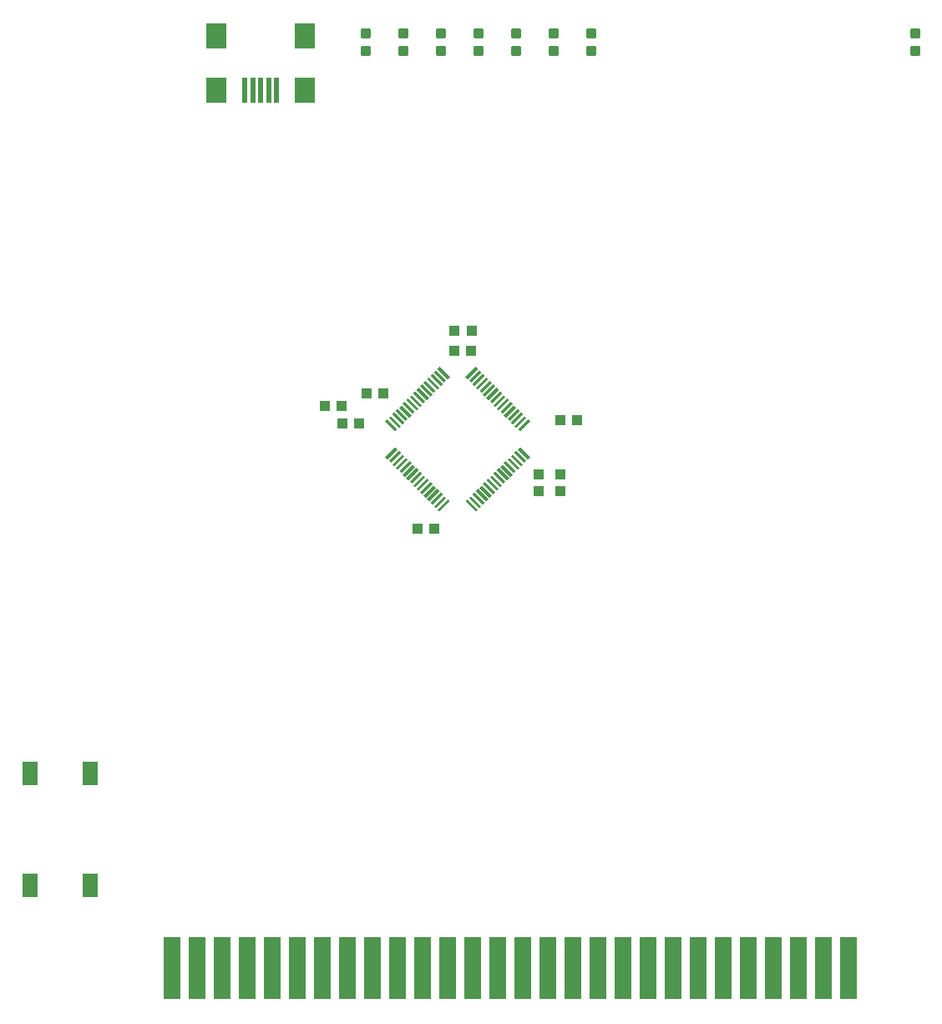
<source format=gtp>
G75*
%MOIN*%
%OFA0B0*%
%FSLAX25Y25*%
%IPPOS*%
%LPD*%
%AMOC8*
5,1,8,0,0,1.08239X$1,22.5*
%
%ADD10R,0.05709X0.01181*%
%ADD11R,0.01969X0.09843*%
%ADD12R,0.07874X0.09843*%
%ADD13R,0.06500X0.25000*%
%ADD14R,0.05906X0.09449*%
%ADD15R,0.04331X0.03937*%
%ADD16R,0.03937X0.04331*%
%ADD17C,0.01181*%
D10*
G36*
X0172376Y0200630D02*
X0176411Y0204665D01*
X0177246Y0203830D01*
X0173211Y0199795D01*
X0172376Y0200630D01*
G37*
G36*
X0170984Y0202022D02*
X0175019Y0206057D01*
X0175854Y0205222D01*
X0171819Y0201187D01*
X0170984Y0202022D01*
G37*
G36*
X0169592Y0203414D02*
X0173627Y0207449D01*
X0174462Y0206614D01*
X0170427Y0202579D01*
X0169592Y0203414D01*
G37*
G36*
X0168200Y0204806D02*
X0172235Y0208841D01*
X0173070Y0208006D01*
X0169035Y0203971D01*
X0168200Y0204806D01*
G37*
G36*
X0166808Y0206198D02*
X0170843Y0210233D01*
X0171678Y0209398D01*
X0167643Y0205363D01*
X0166808Y0206198D01*
G37*
G36*
X0165417Y0207590D02*
X0169452Y0211625D01*
X0170287Y0210790D01*
X0166252Y0206755D01*
X0165417Y0207590D01*
G37*
G36*
X0164025Y0208982D02*
X0168060Y0213017D01*
X0168895Y0212182D01*
X0164860Y0208147D01*
X0164025Y0208982D01*
G37*
G36*
X0162633Y0210374D02*
X0166668Y0214409D01*
X0167503Y0213574D01*
X0163468Y0209539D01*
X0162633Y0210374D01*
G37*
G36*
X0161241Y0211766D02*
X0165276Y0215801D01*
X0166111Y0214966D01*
X0162076Y0210931D01*
X0161241Y0211766D01*
G37*
G36*
X0159849Y0213158D02*
X0163884Y0217193D01*
X0164719Y0216358D01*
X0160684Y0212323D01*
X0159849Y0213158D01*
G37*
G36*
X0158457Y0214549D02*
X0162492Y0218584D01*
X0163327Y0217749D01*
X0159292Y0213714D01*
X0158457Y0214549D01*
G37*
G36*
X0157065Y0215941D02*
X0161100Y0219976D01*
X0161935Y0219141D01*
X0157900Y0215106D01*
X0157065Y0215941D01*
G37*
G36*
X0155673Y0217333D02*
X0159708Y0221368D01*
X0160543Y0220533D01*
X0156508Y0216498D01*
X0155673Y0217333D01*
G37*
G36*
X0154281Y0218725D02*
X0158316Y0222760D01*
X0159151Y0221925D01*
X0155116Y0217890D01*
X0154281Y0218725D01*
G37*
G36*
X0152889Y0220117D02*
X0156924Y0224152D01*
X0157759Y0223317D01*
X0153724Y0219282D01*
X0152889Y0220117D01*
G37*
G36*
X0151497Y0221509D02*
X0155532Y0225544D01*
X0156367Y0224709D01*
X0152332Y0220674D01*
X0151497Y0221509D01*
G37*
G36*
X0152332Y0236680D02*
X0156367Y0232645D01*
X0155532Y0231810D01*
X0151497Y0235845D01*
X0152332Y0236680D01*
G37*
G36*
X0153724Y0238072D02*
X0157759Y0234037D01*
X0156924Y0233202D01*
X0152889Y0237237D01*
X0153724Y0238072D01*
G37*
G36*
X0155116Y0239464D02*
X0159151Y0235429D01*
X0158316Y0234594D01*
X0154281Y0238629D01*
X0155116Y0239464D01*
G37*
G36*
X0156508Y0240856D02*
X0160543Y0236821D01*
X0159708Y0235986D01*
X0155673Y0240021D01*
X0156508Y0240856D01*
G37*
G36*
X0157900Y0242247D02*
X0161935Y0238212D01*
X0161100Y0237377D01*
X0157065Y0241412D01*
X0157900Y0242247D01*
G37*
G36*
X0159292Y0243639D02*
X0163327Y0239604D01*
X0162492Y0238769D01*
X0158457Y0242804D01*
X0159292Y0243639D01*
G37*
G36*
X0160684Y0245031D02*
X0164719Y0240996D01*
X0163884Y0240161D01*
X0159849Y0244196D01*
X0160684Y0245031D01*
G37*
G36*
X0162076Y0246423D02*
X0166111Y0242388D01*
X0165276Y0241553D01*
X0161241Y0245588D01*
X0162076Y0246423D01*
G37*
G36*
X0163468Y0247815D02*
X0167503Y0243780D01*
X0166668Y0242945D01*
X0162633Y0246980D01*
X0163468Y0247815D01*
G37*
G36*
X0164860Y0249207D02*
X0168895Y0245172D01*
X0168060Y0244337D01*
X0164025Y0248372D01*
X0164860Y0249207D01*
G37*
G36*
X0166252Y0250599D02*
X0170287Y0246564D01*
X0169452Y0245729D01*
X0165417Y0249764D01*
X0166252Y0250599D01*
G37*
G36*
X0167643Y0251991D02*
X0171678Y0247956D01*
X0170843Y0247121D01*
X0166808Y0251156D01*
X0167643Y0251991D01*
G37*
G36*
X0169035Y0253383D02*
X0173070Y0249348D01*
X0172235Y0248513D01*
X0168200Y0252548D01*
X0169035Y0253383D01*
G37*
G36*
X0170427Y0254775D02*
X0174462Y0250740D01*
X0173627Y0249905D01*
X0169592Y0253940D01*
X0170427Y0254775D01*
G37*
G36*
X0171819Y0256167D02*
X0175854Y0252132D01*
X0175019Y0251297D01*
X0170984Y0255332D01*
X0171819Y0256167D01*
G37*
G36*
X0173211Y0257559D02*
X0177246Y0253524D01*
X0176411Y0252689D01*
X0172376Y0256724D01*
X0173211Y0257559D01*
G37*
G36*
X0183512Y0253524D02*
X0187547Y0257559D01*
X0188382Y0256724D01*
X0184347Y0252689D01*
X0183512Y0253524D01*
G37*
G36*
X0184904Y0252132D02*
X0188939Y0256167D01*
X0189774Y0255332D01*
X0185739Y0251297D01*
X0184904Y0252132D01*
G37*
G36*
X0186296Y0250740D02*
X0190331Y0254775D01*
X0191166Y0253940D01*
X0187131Y0249905D01*
X0186296Y0250740D01*
G37*
G36*
X0187688Y0249348D02*
X0191723Y0253383D01*
X0192558Y0252548D01*
X0188523Y0248513D01*
X0187688Y0249348D01*
G37*
G36*
X0189080Y0247956D02*
X0193115Y0251991D01*
X0193950Y0251156D01*
X0189915Y0247121D01*
X0189080Y0247956D01*
G37*
G36*
X0190471Y0246564D02*
X0194506Y0250599D01*
X0195341Y0249764D01*
X0191306Y0245729D01*
X0190471Y0246564D01*
G37*
G36*
X0191863Y0245172D02*
X0195898Y0249207D01*
X0196733Y0248372D01*
X0192698Y0244337D01*
X0191863Y0245172D01*
G37*
G36*
X0193255Y0243780D02*
X0197290Y0247815D01*
X0198125Y0246980D01*
X0194090Y0242945D01*
X0193255Y0243780D01*
G37*
G36*
X0194647Y0242388D02*
X0198682Y0246423D01*
X0199517Y0245588D01*
X0195482Y0241553D01*
X0194647Y0242388D01*
G37*
G36*
X0196039Y0240996D02*
X0200074Y0245031D01*
X0200909Y0244196D01*
X0196874Y0240161D01*
X0196039Y0240996D01*
G37*
G36*
X0197431Y0239604D02*
X0201466Y0243639D01*
X0202301Y0242804D01*
X0198266Y0238769D01*
X0197431Y0239604D01*
G37*
G36*
X0198823Y0238212D02*
X0202858Y0242247D01*
X0203693Y0241412D01*
X0199658Y0237377D01*
X0198823Y0238212D01*
G37*
G36*
X0200215Y0236821D02*
X0204250Y0240856D01*
X0205085Y0240021D01*
X0201050Y0235986D01*
X0200215Y0236821D01*
G37*
G36*
X0201607Y0235429D02*
X0205642Y0239464D01*
X0206477Y0238629D01*
X0202442Y0234594D01*
X0201607Y0235429D01*
G37*
G36*
X0202999Y0234037D02*
X0207034Y0238072D01*
X0207869Y0237237D01*
X0203834Y0233202D01*
X0202999Y0234037D01*
G37*
G36*
X0204391Y0232645D02*
X0208426Y0236680D01*
X0209261Y0235845D01*
X0205226Y0231810D01*
X0204391Y0232645D01*
G37*
G36*
X0205226Y0225544D02*
X0209261Y0221509D01*
X0208426Y0220674D01*
X0204391Y0224709D01*
X0205226Y0225544D01*
G37*
G36*
X0203834Y0224152D02*
X0207869Y0220117D01*
X0207034Y0219282D01*
X0202999Y0223317D01*
X0203834Y0224152D01*
G37*
G36*
X0202442Y0222760D02*
X0206477Y0218725D01*
X0205642Y0217890D01*
X0201607Y0221925D01*
X0202442Y0222760D01*
G37*
G36*
X0201050Y0221368D02*
X0205085Y0217333D01*
X0204250Y0216498D01*
X0200215Y0220533D01*
X0201050Y0221368D01*
G37*
G36*
X0199658Y0219976D02*
X0203693Y0215941D01*
X0202858Y0215106D01*
X0198823Y0219141D01*
X0199658Y0219976D01*
G37*
G36*
X0198266Y0218584D02*
X0202301Y0214549D01*
X0201466Y0213714D01*
X0197431Y0217749D01*
X0198266Y0218584D01*
G37*
G36*
X0196874Y0217193D02*
X0200909Y0213158D01*
X0200074Y0212323D01*
X0196039Y0216358D01*
X0196874Y0217193D01*
G37*
G36*
X0195482Y0215801D02*
X0199517Y0211766D01*
X0198682Y0210931D01*
X0194647Y0214966D01*
X0195482Y0215801D01*
G37*
G36*
X0194090Y0214409D02*
X0198125Y0210374D01*
X0197290Y0209539D01*
X0193255Y0213574D01*
X0194090Y0214409D01*
G37*
G36*
X0192698Y0213017D02*
X0196733Y0208982D01*
X0195898Y0208147D01*
X0191863Y0212182D01*
X0192698Y0213017D01*
G37*
G36*
X0191306Y0211625D02*
X0195341Y0207590D01*
X0194506Y0206755D01*
X0190471Y0210790D01*
X0191306Y0211625D01*
G37*
G36*
X0189915Y0210233D02*
X0193950Y0206198D01*
X0193115Y0205363D01*
X0189080Y0209398D01*
X0189915Y0210233D01*
G37*
G36*
X0188523Y0208841D02*
X0192558Y0204806D01*
X0191723Y0203971D01*
X0187688Y0208006D01*
X0188523Y0208841D01*
G37*
G36*
X0187131Y0207449D02*
X0191166Y0203414D01*
X0190331Y0202579D01*
X0186296Y0206614D01*
X0187131Y0207449D01*
G37*
G36*
X0185739Y0206057D02*
X0189774Y0202022D01*
X0188939Y0201187D01*
X0184904Y0205222D01*
X0185739Y0206057D01*
G37*
G36*
X0184347Y0204665D02*
X0188382Y0200630D01*
X0187547Y0199795D01*
X0183512Y0203830D01*
X0184347Y0204665D01*
G37*
D11*
X0108084Y0367778D03*
X0104935Y0367778D03*
X0101785Y0367778D03*
X0098635Y0367778D03*
X0095486Y0367778D03*
D12*
X0084068Y0367778D03*
X0084068Y0389432D03*
X0119502Y0389432D03*
X0119502Y0367778D03*
D13*
X0116494Y0017500D03*
X0106494Y0017500D03*
X0096494Y0017500D03*
X0086494Y0017500D03*
X0076494Y0017500D03*
X0066494Y0017500D03*
X0126494Y0017500D03*
X0136494Y0017500D03*
X0146494Y0017500D03*
X0156494Y0017500D03*
X0166494Y0017500D03*
X0176494Y0017500D03*
X0186494Y0017500D03*
X0196494Y0017500D03*
X0206494Y0017500D03*
X0216494Y0017500D03*
X0226494Y0017500D03*
X0236494Y0017500D03*
X0246494Y0017500D03*
X0256494Y0017500D03*
X0266494Y0017500D03*
X0276494Y0017500D03*
X0286494Y0017500D03*
X0296494Y0017500D03*
X0306494Y0017500D03*
X0316494Y0017500D03*
X0326494Y0017500D03*
X0336494Y0017500D03*
D14*
X0009624Y0050528D03*
X0033640Y0050528D03*
X0033640Y0095410D03*
X0009624Y0095410D03*
D15*
X0134444Y0234973D03*
X0141136Y0234973D03*
X0134135Y0241912D03*
X0127443Y0241912D03*
X0144022Y0246936D03*
X0150714Y0246936D03*
X0178964Y0264042D03*
X0179196Y0271790D03*
X0185888Y0271790D03*
X0185656Y0264042D03*
X0221464Y0236159D03*
X0228156Y0236159D03*
X0171136Y0193051D03*
X0164444Y0193051D03*
D16*
X0212612Y0207796D03*
X0212612Y0214488D03*
X0221268Y0214488D03*
X0221268Y0207796D03*
D17*
X0220178Y0382321D02*
X0217422Y0382321D01*
X0217422Y0385077D01*
X0220178Y0385077D01*
X0220178Y0382321D01*
X0220178Y0383501D02*
X0217422Y0383501D01*
X0217422Y0384681D02*
X0220178Y0384681D01*
X0220178Y0389227D02*
X0217422Y0389227D01*
X0217422Y0391983D01*
X0220178Y0391983D01*
X0220178Y0389227D01*
X0220178Y0390407D02*
X0217422Y0390407D01*
X0217422Y0391587D02*
X0220178Y0391587D01*
X0232422Y0389227D02*
X0235178Y0389227D01*
X0232422Y0389227D02*
X0232422Y0391983D01*
X0235178Y0391983D01*
X0235178Y0389227D01*
X0235178Y0390407D02*
X0232422Y0390407D01*
X0232422Y0391587D02*
X0235178Y0391587D01*
X0235178Y0382321D02*
X0232422Y0382321D01*
X0232422Y0385077D01*
X0235178Y0385077D01*
X0235178Y0382321D01*
X0235178Y0383501D02*
X0232422Y0383501D01*
X0232422Y0384681D02*
X0235178Y0384681D01*
X0205178Y0382321D02*
X0202422Y0382321D01*
X0202422Y0385077D01*
X0205178Y0385077D01*
X0205178Y0382321D01*
X0205178Y0383501D02*
X0202422Y0383501D01*
X0202422Y0384681D02*
X0205178Y0384681D01*
X0205178Y0389227D02*
X0202422Y0389227D01*
X0202422Y0391983D01*
X0205178Y0391983D01*
X0205178Y0389227D01*
X0205178Y0390407D02*
X0202422Y0390407D01*
X0202422Y0391587D02*
X0205178Y0391587D01*
X0190178Y0389227D02*
X0187422Y0389227D01*
X0187422Y0391983D01*
X0190178Y0391983D01*
X0190178Y0389227D01*
X0190178Y0390407D02*
X0187422Y0390407D01*
X0187422Y0391587D02*
X0190178Y0391587D01*
X0190178Y0382321D02*
X0187422Y0382321D01*
X0187422Y0385077D01*
X0190178Y0385077D01*
X0190178Y0382321D01*
X0190178Y0383501D02*
X0187422Y0383501D01*
X0187422Y0384681D02*
X0190178Y0384681D01*
X0175178Y0382321D02*
X0172422Y0382321D01*
X0172422Y0385077D01*
X0175178Y0385077D01*
X0175178Y0382321D01*
X0175178Y0383501D02*
X0172422Y0383501D01*
X0172422Y0384681D02*
X0175178Y0384681D01*
X0175178Y0389227D02*
X0172422Y0389227D01*
X0172422Y0391983D01*
X0175178Y0391983D01*
X0175178Y0389227D01*
X0175178Y0390407D02*
X0172422Y0390407D01*
X0172422Y0391587D02*
X0175178Y0391587D01*
X0160178Y0389227D02*
X0157422Y0389227D01*
X0157422Y0391983D01*
X0160178Y0391983D01*
X0160178Y0389227D01*
X0160178Y0390407D02*
X0157422Y0390407D01*
X0157422Y0391587D02*
X0160178Y0391587D01*
X0160178Y0382321D02*
X0157422Y0382321D01*
X0157422Y0385077D01*
X0160178Y0385077D01*
X0160178Y0382321D01*
X0160178Y0383501D02*
X0157422Y0383501D01*
X0157422Y0384681D02*
X0160178Y0384681D01*
X0145178Y0382321D02*
X0142422Y0382321D01*
X0142422Y0385077D01*
X0145178Y0385077D01*
X0145178Y0382321D01*
X0145178Y0383501D02*
X0142422Y0383501D01*
X0142422Y0384681D02*
X0145178Y0384681D01*
X0145178Y0389227D02*
X0142422Y0389227D01*
X0142422Y0391983D01*
X0145178Y0391983D01*
X0145178Y0389227D01*
X0145178Y0390407D02*
X0142422Y0390407D01*
X0142422Y0391587D02*
X0145178Y0391587D01*
X0361578Y0389234D02*
X0364334Y0389234D01*
X0361578Y0389234D02*
X0361578Y0391990D01*
X0364334Y0391990D01*
X0364334Y0389234D01*
X0364334Y0390414D02*
X0361578Y0390414D01*
X0361578Y0391594D02*
X0364334Y0391594D01*
X0364334Y0382328D02*
X0361578Y0382328D01*
X0361578Y0385084D01*
X0364334Y0385084D01*
X0364334Y0382328D01*
X0364334Y0383508D02*
X0361578Y0383508D01*
X0361578Y0384688D02*
X0364334Y0384688D01*
M02*

</source>
